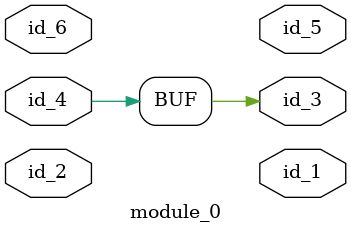
<source format=v>
`define pp_6 0
`resetall `timescale 1ps / 1ps
module module_0 (
    id_1,
    id_2,
    id_3,
    id_4,
    id_5,
    id_6
);
  input id_6;
  output id_5;
  inout id_4;
  output id_3;
  input id_2;
  output id_1;
  assign id_3 = id_4;
endmodule

</source>
